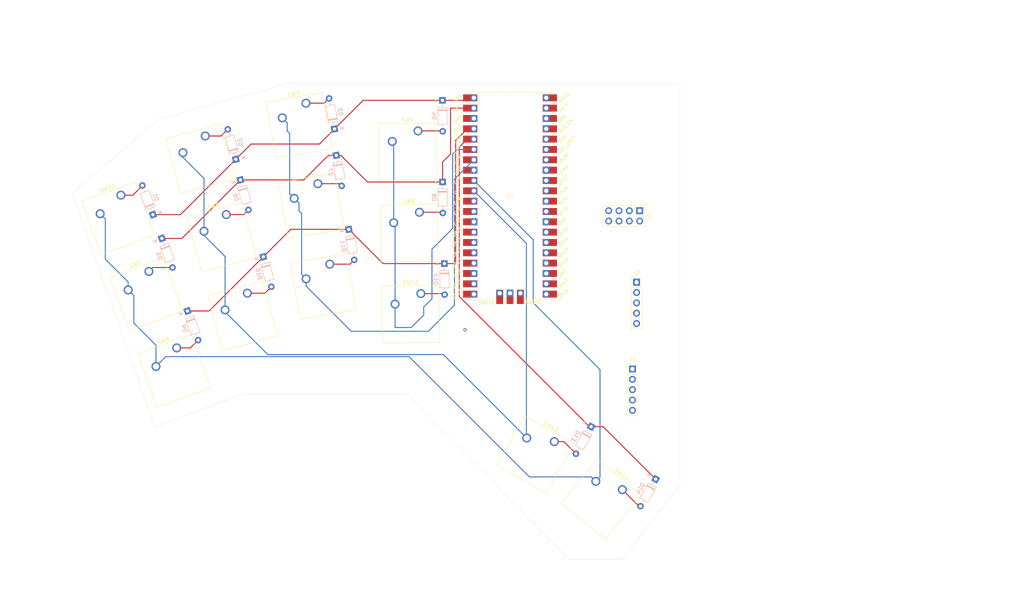
<source format=kicad_pcb>
(kicad_pcb (version 20221018) (generator pcbnew)
  (title_block (title "architeuthis_dux") (rev "v1.0.0") (company "Unknown"))
  (layers (0 "F.Cu" signal) (31 "B.Cu" signal) (34 "B.Paste" user) (35 "F.Paste" user) (36 "B.SilkS" user "B.Silkscreen") (37 "F.SilkS" user "F.Silkscreen") (38 "B.Mask" user) (39 "F.Mask" user) (44 "Edge.Cuts" user))
  (net 0 "")
  (net 1 "GND")
  (net 8 "+5V")
  (net 33 "Net-(D2-A)")
  (net 34 "Net-(D3-A)")
  (net 35 "Net-(D4-A)")
  (net 36 "Net-(D5-A)")
  (net 37 "Net-(D6-A)")
  (net 38 "Net-(D7-A)")
  (net 39 "Net-(D8-A)")
  (net 40 "Net-(D9-A)")
  (net 41 "Net-(D10-A)")
  (net 42 "Net-(D11-A)")
  (net 50 "Net-(D12-A)")
  (net 51 "Net-(D1-A)")
  (net 52 "Net-(D13-A)")
  (net 53 "Net-(D14-A)")
  (net 54 "ROW0")
  (net 55 "ROW1")
  (net 56 "ROW2")
  (net 57 "ROW3")
  (net 58 "COL0")
  (net 59 "COL1")
  (net 60 "COL2")
  (net 61 "COL3")
  (footprint "Button_Switch_Keyboard:SW_Cherry_MX_1.00u_PCB" (layer "F.Cu") (at 138.43 65.47763 20)
    (fp_text reference "SW01" (at -2.54 -2.794 20) (layer "F.SilkS"))
    (fp_text value "MX_SW")
    (pad "" np_thru_hole circle (at -7.62 5.08 20) (size 1.7 1.7) (drill 1.7) (layers "*.Cu" "*.Mask"))
    (pad "" np_thru_hole circle (at -2.54 5.08 20) (size 4 4) (drill 4) (layers "*.Cu" "*.Mask"))
    (pad "" np_thru_hole circle (at 2.54 5.08 20) (size 1.7 1.7) (drill 1.7) (layers "*.Cu" "*.Mask"))
    (pad "1" thru_hole circle (at 0 0 20) (size 2.2 2.2) (drill 1.5) (layers "*.Cu" "*.Mask") (net 51 "Net-(D1-A)"))
    (pad "2" thru_hole circle (at -6.35 2.54 20) (size 2.2 2.2) (drill 1.5) (layers "*.Cu" "*.Mask") (net 60 "COL2"))
  )
  (footprint "Button_Switch_Keyboard:SW_Cherry_MX_1.00u_PCB" (layer "F.Cu") (at 183.903077 42.867366 10)
    (fp_text reference "SW3" (at -2.54 -2.794 10) (layer "F.SilkS"))
    (fp_text value "MX_SW" hide)
    (pad "" np_thru_hole circle (at -7.62 5.08 10) (size 1.7 1.7) (drill 1.7) (layers "*.Cu" "*.Mask"))
    (pad "" np_thru_hole circle (at -2.54 5.08 10) (size 4 4) (drill 4) (layers "*.Cu" "*.Mask"))
    (pad "" np_thru_hole circle (at 2.54 5.08 10) (size 1.7 1.7) (drill 1.7) (layers "*.Cu" "*.Mask"))
    (pad "1" thru_hole circle (at 0 0 10) (size 2.2 2.2) (drill 1.5) (layers "*.Cu" "*.Mask") (net 34 "Net-(D3-A)"))
    (pad "2" thru_hole circle (at -6.35 2.54 10) (size 2.2 2.2) (drill 1.5) (layers "*.Cu" "*.Mask") (net 59 "COL1"))
  )
  (footprint "Button_Switch_Keyboard:SW_Cherry_MX_1.00u_PCB" (layer "F.Cu") (at 261.676033 137.855389 -39.15)
    (fp_text reference "SW14" (at -2.54 -2.794 140.85) (layer "F.SilkS"))
    (fp_text value "MX_SW")
    (pad "" np_thru_hole circle (at -7.62 5.08 320.85) (size 1.7 1.7) (drill 1.7) (layers "*.Cu" "*.Mask"))
    (pad "" np_thru_hole circle (at -2.54 5.08 320.85) (size 4 4) (drill 4) (layers "*.Cu" "*.Mask"))
    (pad "" np_thru_hole circle (at 2.54 5.08 320.85) (size 1.7 1.7) (drill 1.7) (layers "*.Cu" "*.Mask"))
    (pad "1" thru_hole circle (at 0 0 320.85) (size 2.2 2.2) (drill 1.5) (layers "*.Cu" "*.Mask") (net 53 "Net-(D14-A)"))
    (pad "2" thru_hole circle (at -6.35 2.54 320.85) (size 2.2 2.2) (drill 1.5) (layers "*.Cu" "*.Mask") (net 60 "COL2"))
  )
  (footprint "Button_Switch_Keyboard:SW_Cherry_MX_1.00u_PCB" (layer "F.Cu") (at 244.958594 126.046919 -29.25)
    (fp_text reference "SW13" (at -2.54 -2.794 150.75) (layer "F.SilkS"))
    (fp_text value "MX_SW")
    (pad "" np_thru_hole circle (at -7.62 5.08 330.75) (size 1.7 1.7) (drill 1.7) (layers "*.Cu" "*.Mask"))
    (pad "" np_thru_hole circle (at -2.54 5.08 330.75) (size 4 4) (drill 4) (layers "*.Cu" "*.Mask"))
    (pad "" np_thru_hole circle (at 2.54 5.08 330.75) (size 1.7 1.7) (drill 1.7) (layers "*.Cu" "*.Mask"))
    (pad "1" thru_hole circle (at 0 0 330.75) (size 2.2 2.2) (drill 1.5) (layers "*.Cu" "*.Mask") (net 52 "Net-(D13-A)"))
    (pad "2" thru_hole circle (at -6.35 2.54 330.75) (size 2.2 2.2) (drill 1.5) (layers "*.Cu" "*.Mask") (net 61 "COL3"))
  )
  (footprint "Button_Switch_Keyboard:SW_Cherry_MX_1.00u_PCB" (layer "F.Cu") (at 169.511724 89.567722 15)
    (fp_text reference "SW10" hide)
    (fp_text value "MX_SW")
    (pad "" np_thru_hole circle (at -7.62 5.08 15) (size 1.7 1.7) (drill 1.7) (layers "*.Cu" "*.Mask"))
    (pad "" np_thru_hole circle (at -2.54 5.08 15) (size 4 4) (drill 4) (layers "*.Cu" "*.Mask"))
    (pad "" np_thru_hole circle (at 2.54 5.08 15) (size 1.7 1.7) (drill 1.7) (layers "*.Cu" "*.Mask"))
    (pad "1" thru_hole circle (at 0 0 15) (size 2.2 2.2) (drill 1.5) (layers "*.Cu" "*.Mask") (net 41 "Net-(D10-A)"))
    (pad "2" thru_hole circle (at -6.35 2.54 15) (size 2.2 2.2) (drill 1.5) (layers "*.Cu" "*.Mask") (net 61 "COL3"))
  )
  (footprint "Connector_PinHeader_2.54mm:PinHeader_1x05_P2.54mm_Vertical" (layer "F.Cu") (at 265.176 86.868)
    (fp_text reference "J2" (at 0 -2.33) (layer "F.SilkS"))
    (fp_text value "RotaryModule_01")
    (pad "1" thru_hole rect (at 0 0) (size 1.7 1.7) (drill 1) (layers "*.Cu" "*.Mask") (net 8 "+5V"))
    (pad "2" thru_hole oval (at 0 2.54) (size 1.7 1.7) (drill 1) (layers "*.Cu" "*.Mask"))
    (pad "3" thru_hole oval (at 0 5.08) (size 1.7 1.7) (drill 1) (layers "*.Cu" "*.Mask"))
    (pad "4" thru_hole oval (at 0 7.62) (size 1.7 1.7) (drill 1) (layers "*.Cu" "*.Mask"))
    (pad "5" thru_hole oval (at 0 10.16) (size 1.7 1.7) (drill 1) (layers "*.Cu" "*.Mask") (net 1 "GND"))
  )
  (footprint "Button_Switch_Keyboard:SW_Cherry_MX_1.00u_PCB" (layer "F.Cu") (at 145.30759 84.217999 20)
    (fp_text reference "SW5" (at -2.54 -2.794 20) (layer "F.SilkS"))
    (fp_text value "MX_SW")
    (pad "" np_thru_hole circle (at -7.62 5.08 20) (size 1.7 1.7) (drill 1.7) (layers "*.Cu" "*.Mask"))
    (pad "" np_thru_hole circle (at -2.54 5.08 20) (size 4 4) (drill 4) (layers "*.Cu" "*.Mask"))
    (pad "" np_thru_hole circle (at 2.54 5.08 20) (size 1.7 1.7) (drill 1.7) (layers "*.Cu" "*.Mask"))
    (pad "1" thru_hole circle (at 0 0 20) (size 2.2 2.2) (drill 1.5) (layers "*.Cu" "*.Mask") (net 36 "Net-(D5-A)"))
    (pad "2" thru_hole circle (at -6.35 2.54 20) (size 2.2 2.2) (drill 1.5) (layers "*.Cu" "*.Mask") (net 60 "COL2"))
  )
  (footprint "Button_Switch_Keyboard:SW_Cherry_MX_1.00u_PCB" (layer "F.Cu") (at 212.154017 89.667212 0.45)
    (fp_text reference "SW12" (at -2.54 -2.794 0.45) (layer "F.SilkS"))
    (fp_text value "MX_SW")
    (pad "" np_thru_hole circle (at -7.62 5.08 0.45) (size 1.7 1.7) (drill 1.7) (layers "*.Cu" "*.Mask"))
    (pad "" np_thru_hole circle (at -2.54 5.08 0.45) (size 4 4) (drill 4) (layers "*.Cu" "*.Mask"))
    (pad "" np_thru_hole circle (at 2.54 5.08 0.45) (size 1.7 1.7) (drill 1.7) (layers "*.Cu" "*.Mask"))
    (pad "1" thru_hole circle (at 0 0 0.45) (size 2.2 2.2) (drill 1.5) (layers "*.Cu" "*.Mask") (net 50 "Net-(D12-A)"))
    (pad "2" thru_hole circle (at -6.35 2.54 0.45) (size 2.2 2.2) (drill 1.5) (layers "*.Cu" "*.Mask") (net 58 "COL0"))
  )
  (footprint "Button_Switch_Keyboard:SW_Cherry_MX_1.00u_PCB" (layer "F.Cu") (at 152.147993 103.011851 20)
    (fp_text reference "SW9" (at -2.54 -2.794 20) (layer "F.SilkS"))
    (fp_text value "MX_SW" hide)
    (pad "" np_thru_hole circle (at -7.62 5.08 20) (size 1.7 1.7) (drill 1.7) (layers "*.Cu" "*.Mask"))
    (pad "" np_thru_hole circle (at -2.54 5.08 20) (size 4 4) (drill 4) (layers "*.Cu" "*.Mask"))
    (pad "" np_thru_hole circle (at 2.54 5.08 20) (size 1.7 1.7) (drill 1.7) (layers "*.Cu" "*.Mask"))
    (pad "1" thru_hole circle (at 0 0 20) (size 2.2 2.2) (drill 1.5) (layers "*.Cu" "*.Mask") (net 40 "Net-(D9-A)"))
    (pad "2" thru_hole circle (at -6.35 2.54 20) (size 2.2 2.2) (drill 1.5) (layers "*.Cu" "*.Mask") (net 60 "COL2"))
  )
  (footprint "MCU_RaspberryPi_and_Boards:RPi_Pico_SMD_TH" (layer "F.Cu") (at 234.073 65.674)
    (fp_text reference "U1" (at 0 0) (layer "F.SilkS"))
    (fp_text value "Pico")
    (fp_text user "ADC_VREF" (at 14 -12.5 45) (layer "F.SilkS") (effects (font (size 0.8 0.8))))
    (fp_text user "GND" (at 12.8 6.35 45) (layer "F.SilkS") (effects (font (size 0.8 0.8))))
    (fp_text user "GP9" (at -12.8 3.81 45) (layer "F.SilkS") (effects (font (size 0.8 0.8))))
    (fp_text user "GP17" (at 13.054 21.59 45) (layer "F.SilkS") (effects (font (size 0.8 0.8))))
    (fp_text user "GP10" (at -13.054 8.89 45) (layer "F.SilkS") (effects (font (size 0.8 0.8))))
    (fp_text user "GP12" (at -13.2 13.97 45) (layer "F.SilkS") (effects (font (size 0.8 0.8))))
    (fp_text user "RUN" (at 13 1.27 45) (layer "F.SilkS") (effects (font (size 0.8 0.8))))
    (fp_text user "GND" (at -12.8 -6.35 45) (layer "F.SilkS") (effects (font (size 0.8 0.8))))
    (fp_text user "3V3_EN" (at 13.7 -17.2 45) (layer "F.SilkS") (effects (font (size 0.8 0.8))))
    (fp_text user "GP8" (at -12.8 1.27 45) (layer "F.SilkS") (effects (font (size 0.8 0.8))))
    (fp_text user "GND" (at 12.8 -19.05 45) (layer "F.SilkS") (effects (font (size 0.8 0.8))))
    (fp_text user "GP5" (at -12.8 -8.89 45) (layer "F.SilkS") (effects (font (size 0.8 0.8))))
    (fp_text user "SWCLK" (at -5.7 26.2) (layer "F.SilkS") (effects (font (size 0.8 0.8))))
    (fp_text user "GP6" (at -12.8 -3.81 45) (layer "F.SilkS") (effects (font (size 0.8 0.8))))
    (fp_text user "GP26" (at 13.054 -1.27 45) (layer "F.SilkS") (effects (font (size 0.8 0.8))))
    (fp_text user "GP14" (at -13.1 21.59 45) (layer "F.SilkS") (effects (font (size 0.8 0.8))))
    (fp_text user "GND" (at -12.8 -19.05 45) (layer "F.SilkS") (effects (font (size 0.8 0.8))))
    (fp_text user "GP3" (at -12.8 -13.97 45) (layer "F.SilkS") (effects (font (size 0.8 0.8))))
    (fp_text user "GP19" (at 13.054 13.97 45) (layer "F.SilkS") (effects (font (size 0.8 0.8))))
    (fp_text user "GP7" (at -12.7 -1.3 45) (layer "F.SilkS") (effects (font (size 0.8 0.8))))
    (fp_text user "GP28" (at 13.054 -9.144 45) (layer "F.SilkS") (effects (font (size 0.8 0.8))))
    (fp_text user "GP13" (at -13.054 16.51 45) (layer "F.SilkS") (effects (font (size 0.8 0.8))))
    (fp_text user "GP2" (at -12.9 -16.51 45) (layer "F.SilkS") (effects (font (size 0.8 0.8))))
    (fp_text user "GP15" (at -13.054 24.13 45) (layer "F.SilkS") (effects (font (size 0.8 0.8))))
    (fp_text user "GP1" (at -12.9 -21.6 45) (layer "F.SilkS") (effects (font (size 0.8 0.8))))
    (fp_text user "GP18" (at 13.054 16.51 45) (layer "F.SilkS") (effects (font (size 0.8 0.8))))
    (fp_text user "GND" (at -12.8 6.35 45) (layer "F.SilkS") (effects (font (size 0.8 0.8))))
    (fp_text user "GP20" (at 13.054 11.43 45) (layer "F.SilkS") (effects (font (size 0.8 0.8))))
    (fp_text user "GND" (at -12.8 19.05 45) (layer "F.SilkS") (effects (font (size 0.8 0.8))))
    (fp_text user "GP4" (at -12.8 -11.43 45) (layer "F.SilkS") (effects (font (size 0.8 0.8))))
    (fp_text user "VBUS" (at 13.3 -24.2 45) (layer "F.SilkS") (effects (font (size 0.8 0.8))))
    (fp_text user "GP11" (at -13.2 11.43 45) (layer "F.SilkS") (effects (font (size 0.8 0.8))))
    (fp_text user "GP16" (at 13.054 24.13 45) (layer "F.SilkS") (effects (font (size 0.8 0.8))))
    (fp_text user "GP21" (at 13.054 8.9 45) (layer "F.SilkS") (effects (font (size 0.8 0.8))))
    (fp_text user "SWDIO" (at 5.6 26.2) (layer "F.SilkS") (effects (font (size 0.8 0.8))))
    (fp_text user "GND" (at 12.8 19.05 45) (layer "F.SilkS") (effects (font (size 0.8 0.8))))
    (fp_text user "GP27" (at 13.054 -3.8 45) (layer "F.SilkS") (effects (font (size 0.8 0.8))))
    (fp_text user "VSYS" (at 13.2 -21.59 45) (layer "F.SilkS") (effects (font (size 0.8 0.8))))
    (fp_text user "GP0" (at -12.8 -24.13 45) (layer "F.SilkS") (effects (font (size 0.8 0.8))))
    (fp_text user "3V3" (at 12.9 -13.9 45) (layer "F.SilkS") (effects (font (size 0.8 0.8))))
    (fp_text user "AGND" (at 13.054 -6.35 45) (layer "F.SilkS") (effects (font (size 0.8 0.8))))
    (fp_text user "GP22" (at 13.054 3.81 45) (layer "F.SilkS") (effects (font (size 0.8 0.8))))
    (pad "" np_thru_hole oval (at -2.725 -24) (size 1.8 1.8) (drill 1.8) (layers "*.Cu" "*.Mask"))
    (pad "" np_thru_hole oval (at -2.425 -20.97) (size 1.5 1.5) (drill 1.5) (layers "*.Cu" "*.Mask"))
    (pad "" np_thru_hole oval (at 2.425 -20.97) (size 1.5 1.5) (drill 1.5) (layers "*.Cu" "*.Mask"))
    (pad "" np_thru_hole oval (at 2.725 -24) (size 1.8 1.8) (drill 1.8) (layers "*.Cu" "*.Mask"))
    (pad "1" thru_hole oval (at -8.89 -24.13) (size 1.7 1.7) (drill 1.02) (layers "*.Cu" "*.Mask") (net 54 "ROW0"))
    (pad "1" smd rect (at -8.89 -24.13) (size 3.5 1.7) (drill (offset -0.9 0)) (layers "F.Cu" "F.Mask") (net 54 "ROW0"))
    (pad "2" thru_hole oval (at -8.89 -21.59) (size 1.7 1.7) (drill 1.02) (layers "*.Cu" "*.Mask") (net 55 "ROW1"))
    (pad "2" smd rect (at -8.89 -21.59) (size 3.5 1.7) (drill (offset -0.9 0)) (layers "F.Cu" "F.Mask") (net 55 "ROW1"))
    (pad "3" thru_hole rect (at -8.89 -19.05) (size 1.7 1.7) (drill 1.02) (layers "*.Cu" "*.Mask") (net 1 "GND"))
    (pad "3" smd rect (at -8.89 -19.05) (size 3.5 1.7) (drill (offset -0.9 0)) (layers "F.Cu" "F.Mask") (net 1 "GND"))
    (pad "4" thru_hole oval (at -8.89 -16.51) (size 1.7 1.7) (drill 1.02) (layers "*.Cu" "*.Mask") (net 56 "ROW2"))
    (pad "4" smd rect (at -8.89 -16.51) (size 3.5 1.7) (drill (offset -0.9 0)) (layers "F.Cu" "F.Mask") (net 56 "ROW2"))
    (pad "5" thru_hole oval (at -8.89 -13.97) (size 1.7 1.7) (drill 1.02) (layers "*.Cu" "*.Mask") (net 57 "ROW3"))
    (pad "5" smd rect (at -8.89 -13.97) (size 3.5 1.7) (drill (offset -0.9 0)) (layers "F.Cu" "F.Mask") (net 57 "ROW3"))
    (pad "6" thru_hole oval (at -8.89 -11.43) (size 1.7 1.7) (drill 1.02) (layers "*.Cu" "*.Mask") (net 58 "COL0"))
    (pad "6" smd rect (at -8.89 -11.43) (size 3.5 1.7) (drill (offset -0.9 0)) (layers "F.Cu" "F.Mask") (net 58 "COL0"))
    (pad "7" thru_hole oval (at -8.89 -8.89) (size 1.7 1.7) (drill 1.02) (layers "*.Cu" "*.Mask") (net 59 "COL1"))
    (pad "7" smd rect (at -8.89 -8.89) (size 3.5 1.7) (drill (offset -0.9 0)) (layers "F.Cu" "F.Mask") (net 59 "COL1"))
    (pad "8" thru_hole rect (at -8.89 -6.35) (size 1.7 1.7) (drill 1.02) (layers "*.Cu" "*.Mask") (net 1 "GND"))
    (pad "8" smd rect (at -8.89 -6.35) (size 3.5 1.7) (drill (offset -0.9 0)) (layers "F.Cu" "F.Mask") (net 1 "GND"))
    (pad "9" thru_hole oval (at -8.89 -3.81) (size 1.7 1.7) (drill 1.02) (layers "*.Cu" "*.Mask") (net 60 "COL2"))
    (pad "9" smd rect (at -8.89 -3.81) (size 3.5 1.7) (drill (offset -0.9 0)) (layers "F.Cu" "F.Mask") (net 60 "COL2"))
    (pad "10" thru_hole oval (at -8.89 -1.27) (size 1.7 1.7) (drill 1.02) (layers "*.Cu" "*.Mask") (net 61 "COL3"))
    (pad "10" smd rect (at -8.89 -1.27) (size 3.5 1.7) (drill (offset -0.9 0)) (layers "F.Cu" "F.Mask") (net 61 "COL3"))
    (pad "11" thru_hole oval (at -8.89 1.27) (size 1.7 1.7) (drill 1.02) (layers "*.Cu" "*.Mask"))
    (pad "11" smd rect (at -8.89 1.27) (size 3.5 1.7) (drill (offset -0.9 0)) (layers "F.Cu" "F.Mask"))
    (pad "12" thru_hole oval (at -8.89 3.81) (size 1.7 1.7) (drill 1.02) (layers "*.Cu" "*.Mask"))
    (pad "12" smd rect (at -8.89 3.81) (size 3.5 1.7) (drill (offset -0.9 0)) (layers "F.Cu" "F.Mask"))
    (pad "13" thru_hole rect (at -8.89 6.35) (size 1.7 1.7) (drill 1.02) (layers "*.Cu" "*.Mask") (net 1 "GND"))
    (pad "13" smd rect (at -8.89 6.35) (size 3.5 1.7) (drill (offset -0.9 0)) (layers "F.Cu" "F.Mask") (net 1 "GND"))
    (pad "14" thru_hole oval (at -8.89 8.89) (size 1.7 1.7) (drill 1.02) (layers "*.Cu" "*.Mask"))
    (pad "14" smd rect (at -8.89 8.89) (size 3.5 1.7) (drill (offset -0.9 0)) (layers "F.Cu" "F.Mask"))
    (pad "15" thru_hole oval (at -8.89 11.43) (size 1.7 1.7) (drill 1.02) (layers "*.Cu" "*.Mask"))
    (pad "15" smd rect (at -8.89 11.43) (size 3.5 1.7) (drill (offset -0.9 0)) (layers "F.Cu" "F.Mask"))
    (pad "16" thru_hole oval (at -8.89 13.97) (size 1.7 1.7) (drill 1.02) (layers "*.Cu" "*.Mask"))
    (pad "16" smd rect (at -8.89 13.97) (size 3.5 1.7) (drill (offset -0.9 0)) (layers "F.Cu" "F.Mask"))
    (pad "17" thru_hole oval (at -8.89 16.51) (size 1.7 1.7) (drill 1.02) (layers "*.Cu" "*.Mask"))
    (pad "17" smd rect (at -8.89 16.51) (size 3.5 1.7) (drill (offset -0.9 0)) (layers "F.Cu" "F.Mask"))
    (pad "18" thru_hole rect (at -8.89 19.05) (size 1.7 1.7) (drill 1.02) (layers "*.Cu" "*.Mask") (net 1 "GND"))
    (pad "18" smd rect (at -8.89 19.05) (size 3.5 1.7) (drill (offset -0.9 0)) (layers "F.Cu" "F.Mask") (net 1 "GND"))
    (pad "19" thru_hole oval (at -8.89 21.59) (size 1.7 1.7) (drill 1.02) (layers "*.Cu" "*.Mask"))
    (pad "19" smd rect (at -8.89 21.59) (size 3.5 1.7) (drill (offset -0.9 0)) (layers "F.Cu" "F.Mask"))
    (pad "20" thru_hole oval (at -8.89 24.13) (size 1.7 1.7) (drill 1.02) (layers "*.Cu" "*.Mask"))
    (pad "20" smd rect (at -8.89 24.13) (size 3.5 1.7) (drill (offset -0.9 0)) (layers "F.Cu" "F.Mask"))
    (pad "21" thru_hole oval (at 8.89 24.13) (size 1.7 1.7) (drill 1.02) (layers "*.Cu" "*.Mask"))
    (pad "21" smd rect (at 8.89 24.13) (size 3.5 1.7) (drill (offset 0.9 0)) (layers "F.Cu" "F.Mask"))
    (pad "22" thru_hole oval (at 8.89 21.59) (size 1.7 1.7) (drill 1.02) (layers "*.Cu" "*.Mask"))
    (pad "22" smd rect (at 8.89 21.59) (size 3.5 1.7) (drill (offset 0.9 0)) (layers "F.Cu" "F.Mask"))
    (pad "23" thru_hole rect (at 8.89 19.05) (size 1.7 1.7) (drill 1.02) (layers "*.Cu" "*.Mask") (net 1 "GND"))
    (pad "23" smd rect (at 8.89 19.05) (size 3.5 1.7) (drill (offset 0.9 0)) (layers "F.Cu" "F.Mask") (net 1 "GND"))
    (pad "24" thru_hole oval (at 8.89 16.51) (size 1.7 1.7) (drill 1.02) (layers "*.Cu" "*.Mask"))
    (pad "24" smd rect (at 8.89 16.51) (size 3.5 1.7) (drill (offset 0.9 0)) (layers "F.Cu" "F.Mask"))
    (pad "25" thru_hole oval (at 8.89 13.97) (size 1.7 1.7) (drill 1.02) (layers "*.Cu" "*.Mask"))
    (pad "25" smd rect (at 8.89 13.97) (size 3.5 1.7) (drill (offset 0.9 0)) (layers "F.Cu" "F.Mask"))
    (pad "26" thru_hole oval (at 8.89 11.43) (size 1.7 1.7) (drill 1.02) (layers "*.Cu" "*.Mask"))
    (pad "26" smd rect (at 8.89 11.43) (size 3.5 1.7) (drill (offset 0.9 0)) (layers "F.Cu" "F.Mask"))
    (pad "27" thru_hole oval (at 8.89 8.89) (size 1.7 1.7) (drill 1.02) (layers "*.Cu" "*.Mask"))
    (pad "27" smd rect (at 8.89 8.89) (size 3.5 1.7) (drill (offset 0.9 0)) (layers "F.Cu" "F.Mask"))
    (pad "28" thru_hole rect (at 8.89 6.35) (size 1.7 1.7) (drill 1.02) (layers "*.Cu" "*.Mask") (net 1 "GND"))
    (pad "28" smd rect (at 8.89 6.35) (size 3.5 1.7) (drill (offset 0.9 0)) (layers "F.Cu" "F.Mask") (net 1 "GND"))
    (pad "29" thru_hole oval (at 8.89 3.81) (size 1.7 1.7) (drill 1.02) (layers "*.Cu" "*.Mask"))
    (pad "29" smd rect (at 8.89 3.81) (size 3.5 1.7) (drill (offset 0.9 0)) (layers "F.Cu" "F.Mask"))
    (pad "30" thru_hole oval (at 8.89 1.27) (size 1.7 1.7) (drill 1.02) (layers "*.Cu" "*.Mask"))
    (pad "30" smd rect (at 8.89 1.27) (size 3.5 1.7) (drill (offset 0.9 0)) (layers "F.Cu" "F.Mask"))
    (pad "31" thru_hole oval (at 8.89 -1.27) (size 1.7 1.7) (drill 1.02) (layers "*.Cu" "*.Mask"))
    (pad "31" smd rect (at 8.89 -1.27) (size 3.5 1.7) (drill (offset 0.9 0)) (layers "F.Cu" "F.Mask"))
    (pad "32" thru_hole oval (at 8.89 -3.81) (size 1.7 1.7) (drill 1.02) (layers "*.Cu" "*.Mask"))
    (pad "32" smd rect (at 8.89 -3.81) (size 3.5 1.7) (drill (offset 0.9 0)) (layers "F.Cu" "F.Mask"))
    (pad "33" thru_hole rect (at 8.89 -6.35) (size 1.7 1.7) (drill 1.02) (layers "*.Cu" "*.Mask"))
    (pad "33" smd rect (at 8.89 -6.35) (size 3.5 1.7) (drill (offset 0.9 0)) (layers "F.Cu" "F.Mask"))
    (pad "34" thru_hole oval (at 8.89 -8.89) (size 1.7 1.7) (drill 1.02) (layers "*.Cu" "*.Mask"))
    (pad "34" smd rect (at 8.89 -8.89) (size 3.5 1.7) (drill (offset 0.9 0)) (layers "F.Cu" "F.Mask"))
    (pad "35" thru_hole oval (at 8.89 -11.43) (size 1.7 1.7) (drill 1.02) (layers "*.Cu" "*.Mask"))
    (pad "35" smd rect (at 8.89 -11.43) (size 3.5 1.7) (drill (offset 0.9 0)) (layers "F.Cu" "F.Mask"))
    (pad "36" thru_hole oval (at 8.89 -13.97) (size 1.7 1.7) (drill 1.02) (layers "*.Cu" "*.Mask"))
    (pad "36" smd rect (at 8.89 -13.97) (size 3.5 1.7) (drill (offset 0.9 0)) (layers "F.Cu" "F.Mask"))
    (pad "37" thru_hole oval (at 8.89 -16.51) (size 1.7 1.7) (drill 1.02) (layers "*.Cu" "*.Mask"))
    (pad "37" smd rect (at 8.89 -16.51) (size 3.5 1.7) (drill (offset 0.9 0)) (layers "F.Cu" "F.Mask"))
    (pad "38" thru_hole rect (at 8.89 -19.05) (size 1.7 1.7) (drill 1.02) (layers "*.Cu" "*.Mask") (net 1 "GND"))
    (pad "38" smd rect (at 8.89 -19.05) (size 3.5 1.7) (drill (offset 0.9 0)) (layers "F.Cu" "F.Mask") (net 1 "GND"))
    (pad "39" thru_hole oval (at 8.89 -21.59) (size 1.7 1.7) (drill 1.02) (layers "*.Cu" "*.Mask"))
    (pad "39" smd rect (at 8.89 -21.59) (size 3.5 1.7) (drill (offset 0.9 0)) (layers "F.Cu" "F.Mask"))
    (pad "40" thru_hole oval (at 8.89 -24.13) (size 1.7 1.7) (drill 1.02) (layers "*.Cu" "*.Mask") (net 8 "+5V"))
    (pad "40" smd rect (at 8.89 -24.13) (size 3.5 1.7) (drill (offset 0.9 0)) (layers "F.Cu" "F.Mask") (net 8 "+5V"))
    (pad "41" thru_hole oval (at -2.54 23.9) (size 1.7 1.7) (drill 1.02) (layers "*.Cu" "*.Mask"))
    (pad "41" smd rect (at -2.54 23.9 90) (size 3.5 1.7) (drill (offset -0.9 0)) (layers "F.Cu" "F.Mask"))
    (pad "42" thru_hole rect (at 0 23.9) (size 1.7 1.7) (drill 1.02) (layers "*.Cu" "*.Mask"))
    (pad "42" smd rect (at 0 23.9 90) (size 3.5 1.7) (drill (offset -0.9 0)) (layers "F.Cu" "F.Mask"))
    (pad "43" thru_hole oval (at 2.54 23.9) (size 1.7 1.7) (drill 1.02) (layers "*.Cu" "*.Mask"))
    (pad "43" smd rect (at 2.54 23.9 90) (size 3.5 1.7) (drill (offset -0.9 0)) (layers "F.Cu" "F.Mask"))
  )
  (footprint "Connector_PinHeader_2.54mm:PinHeader_2x04_P2.54mm_Vertical" (layer "F.Cu") (at 265.94 69.3 -90)
    (fp_text reference "J1" (at 1.27 -2.33 90) (layer "F.SilkS"))
    (fp_text value "ePaperModule" hide)
    (pad "1" thru_hole rect (at 0 0 270) (size 1.7 1.7) (drill 1) (layers "*.Cu" "*.Mask") (net 8 "+5V"))
    (pad "2" thru_hole oval (at 2.54 0 270) (size 1.7 1.7) (drill 1) (layers "*.Cu" "*.Mask") (net 1 "GND"))
    (pad "3" thru_hole oval (at 0 2.54 270) (size 1.7 1.7) (drill 1) (layers "*.Cu" "*.Mask"))
    (pad "4" thru_hole oval (at 2.54 2.54 270) (size 1.7 1.7) (drill 1) (layers "*.Cu" "*.Mask"))
    (pad "5" thru_hole oval (at 0 5.08 270) (size 1.7 1.7) (drill 1) (layers "*.Cu" "*.Mask"))
    (pad "6" thru_hole oval (at 2.54 5.08 270) (size 1.7 1.7) (drill 1) (layers "*.Cu" "*.Mask"))
    (pad "7" thru_hole oval (at 0 7.62 270) (size 1.7 1.7) (drill 1) (layers "*.Cu" "*.Mask"))
    (pad "8" thru_hole oval (at 2.54 7.62 270) (size 1.7 1.7) (drill 1) (layers "*.Cu" "*.Mask"))
  )
  (footprint "Button_Switch_Keyboard:SW_Cherry_MX_1.00u_PCB" (layer "F.Cu") (at 159.158962 50.93069 15)
    (fp_text reference "SW2" hide)
    (fp_text value "MX_SW" hide)
    (pad "" np_thru_hole circle (at -7.62 5.08 15) (size 1.7 1.7) (drill 1.7) (layers "*.Cu" "*.Mask"))
    (pad "" np_thru_hole circle (at -2.54 5.08 15) (size 4 4) (drill 4) (layers "*.Cu" "*.Mask"))
    (pad "" np_thru_hole circle (at 2.54 5.08 15) (size 1.7 1.7) (drill 1.7) (layers "*.Cu" "*.Mask"))
    (pad "1" thru_hole circle (at 0 0 15) (size 2.2 2.2) (drill 1.5) (layers "*.Cu" "*.Mask") (net 33 "Net-(D2-A)"))
    (pad "2" thru_hole circle (at -6.35 2.54 15) (size 2.2 2.2) (drill 1.5) (layers "*.Cu" "*.Mask") (net 61 "COL3"))
  )
  (footprint "Button_Switch_Keyboard:SW_Cherry_MX_1.00u_PCB" (layer "F.Cu") (at 211.455921 49.673304 0.45)
    (fp_text reference "SW4" (at -2.54 -2.794 0.45) (layer "F.SilkS"))
    (fp_text value "MX_SW")
    (pad "" np_thru_hole circle (at -7.62 5.08 0.45) (size 1.7 1.7) (drill 1.7) (layers "*.Cu" "*.Mask"))
    (pad "" np_thru_hole circle (at -2.54 5.08 0.45) (size 4 4) (drill 4) (layers "*.Cu" "*.Mask"))
    (pad "" np_thru_hole circle (at 2.54 5.08 0.45) (size 1.7 1.7) (drill 1.7) (layers "*.Cu" "*.Mask"))
    (pad "1" thru_hole circle (at 0 0 0.45) (size 2.2 2.2) (drill 1.5) (layers "*.Cu" "*.Mask") (net 35 "Net-(D4-A)"))
    (pad "2" thru_hole circle (at -6.35 2.54 0.45) (size 2.2 2.2) (drill 1.5) (layers "*.Cu" "*.Mask") (net 58 "COL0"))
  )
  (footprint "Button_Switch_Keyboard:SW_Cherry_MX_1.00u_PCB" (layer "F.Cu") (at 164.335343 70.249205 15)
    (fp_text reference "SW6" (at -2.54 -2.794 15) (layer "F.SilkS"))
    (fp_text value "MX_SW" hide)
    (pad "" np_thru_hole circle (at -7.62 5.08 15) (size 1.7 1.7) (drill 1.7) (layers "*.Cu" "*.Mask"))
    (pad "" np_thru_hole circle (at -2.54 5.08 15) (size 4 4) (drill 4) (layers "*.Cu" "*.Mask"))
    (pad "" np_thru_hole circle (at 2.54 5.08 15) (size 1.7 1.7) (drill 1.7) (layers "*.Cu" "*.Mask"))
    (pad "1" thru_hole circle (at 0 0 15) (size 2.2 2.2) (drill 1.5) (layers "*.Cu" "*.Mask") (net 37 "Net-(D6-A)"))
    (pad "2" thru_hole circle (at -6.35 2.54 15) (size 2.2 2.2) (drill 1.5) (layers "*.Cu" "*.Mask") (net 61 "COL3"))
  )
  (footprint "Button_Switch_Keyboard:SW_Cherry_MX_1.00u_PCB" (layer "F.Cu") (at 211.804969 69.670258 0.45)
    (fp_text reference "SW8" (at -2.54 -2.794 0.45) (layer "F.SilkS"))
    (fp_text value "MX_SW")
    (pad "" np_thru_hole circle (at -7.62 5.08 0.45) (size 1.7 1.7) (drill 1.7) (layers "*.Cu" "*.Mask"))
    (pad "" np_thru_hole circle (at -2.54 5.08 0.45) (size 4 4) (drill 4) (layers "*.Cu" "*.Mask"))
    (pad "" np_thru_hole circle (at 2.54 5.08 0.45) (size 1.7 1.7) (drill 1.7) (layers "*.Cu" "*.Mask"))
    (pad "1" thru_hole circle (at 0 0 0.45) (size 2.2 2.2) (drill 1.5) (layers "*.Cu" "*.Mask") (net 39 "Net-(D8-A)"))
    (pad "2" thru_hole circle (at -6.35 2.54 0.45) (size 2.2 2.2) (drill 1.5) (layers "*.Cu" "*.Mask") (net 58 "COL0"))
  )
  (footprint "Button_Switch_Keyboard:SW_Cherry_MX_1.00u_PCB" (layer "F.Cu") (at 186.834229 62.65242 10)
    (fp_text reference "SW7" hide)
    (fp_text value "MX_SW" hide)
    (pad "" np_thru_hole circle (at -7.62 5.08 10) (size 1.7 1.7) (drill 1.7) (layers "*.Cu" "*.Mask"))
    (pad "" np_thru_hole circle (at -2.54 5.08 10) (size 4 4) (drill 4) (layers "*.Cu" "*.Mask"))
    (pad "" np_thru_hole circle (at 2.54 5.08 10) (size 1.7 1.7) (drill 1.7) (layers "*.Cu" "*.Mask"))
    (pad "1" thru_hole circle (at 0 0 10) (size 2.2 2.2) (drill 1.5) (layers "*.Cu" "*.Mask") (net 38 "Net-(D7-A)"))
    (pad "2" thru_hole circle (at -6.35 2.54 10) (size 2.2 2.2) (drill 1.5) (layers "*.Cu" "*.Mask") (net 59 "COL1"))
  )
  (footprint "Connector_PinHeader_2.54mm:PinHeader_1x05_P2.54mm_Vertical" (layer "F.Cu") (at 264.16 108.204)
    (fp_text reference "J3" (at 0 -2.33) (layer "F.SilkS"))
    (fp_text value "RotaryModule_02")
    (pad "1" thru_hole rect (at 0 0) (size 1.7 1.7) (drill 1) (layers "*.Cu" "*.Mask") (net 8 "+5V"))
    (pad "2" thru_hole oval (at 0 2.54) (size 1.7 1.7) (drill 1) (layers "*.Cu" "*.Mask"))
    (pad "3" thru_hole oval (at 0 5.08) (size 1.7 1.7) (drill 1) (layers "*.Cu" "*.Mask"))
    (pad "4" thru_hole oval (at 0 7.62) (size 1.7 1.7) (drill 1) (layers "*.Cu" "*.Mask"))
    (pad "5" thru_hole oval (at 0 10.16) (size 1.7 1.7) (drill 1) (layers "*.Cu" "*.Mask") (net 1 "GND"))
  )
  (footprint "Button_Switch_Keyboard:SW_Cherry_MX_1.00u_PCB" (layer "F.Cu") (at 189.76538 82.437473 10)
    (fp_text reference "SW11" hide)
    (fp_text value "MX_SW")
    (pad "" np_thru_hole circle (at -7.62 5.08 10) (size 1.7 1.7) (drill 1.7) (layers "*.Cu" "*.Mask"))
    (pad "" np_thru_hole circle (at -2.54 5.08 10) (size 4 4) (drill 4) (layers "*.Cu" "*.Mask"))
    (pad "" np_thru_hole circle (at 2.54 5.08 10) (size 1.7 1.7) (drill 1.7) (layers "*.Cu" "*.Mask"))
    (pad "1" thru_hole circle (at 0 0 10) (size 2.2 2.2) (drill 1.5) (layers "*.Cu" "*.Mask") (net 42 "Net-(D11-A)"))
    (pad "2" thru_hole circle (at -6.35 2.54 10) (size 2.2 2.2) (drill 1.5) (layers "*.Cu" "*.Mask") (net 59 "COL1"))
  )
  (footprint "Diode_THT:D_DO-35_SOD27_P7.62mm_Horizontal" (layer "B.Cu") (at 190.923199 49.204235 100)
    (fp_text reference "D3" (at 3.81 2.12 100) (layer "B.SilkS") (effects (justify mirror)))
    (fp_text value "1N4148")
    (fp_text user "K" (at 0 1.8 100) (layer "B.SilkS") (effects (justify mirror)))
    (pad "1" thru_hole rect (at 0 0 100) (size 1.6 1.6) (drill 0.8) (layers "*.Cu" "*.Mask") (net 54 "ROW0"))
    (pad "2" thru_hole oval (at 7.62 0 100) (size 1.6 1.6) (drill 0.8) (layers "*.Cu" "*.Mask") (net 34 "Net-(D3-A)"))
  )
  (footprint "Diode_THT:D_DO-35_SOD27_P7.62mm_Horizontal" (layer "B.Cu") (at 191.362401 55.683883 -80)
    (fp_text reference "D7" (at 3.81 2.12 100) (layer "B.SilkS") (effects (justify mirror)))
    (fp_text value "1N4148")
    (fp_text user "K" (at 0 1.8 100) (layer "B.SilkS") (effects (justify mirror)))
    (pad "1" thru_hole rect (at 0 0 280) (size 1.6 1.6) (drill 0.8) (layers "*.Cu" "*.Mask") (net 55 "ROW1"))
    (pad "2" thru_hole oval (at 7.62 0 280) (size 1.6 1.6) (drill 0.8) (layers "*.Cu" "*.Mask") (net 38 "Net-(D7-A)"))
  )
  (footprint "Diode_THT:D_DO-35_SOD27_P7.62mm_Horizontal" (layer "B.Cu") (at 217.493633 62.229883 -89.55)
    (fp_text reference "D8" (at 3.81 2.12 90.45) (layer "B.SilkS") (effects (justify mirror)))
    (fp_text value "1N4148")
    (fp_text user "K" (at 0 1.8 90.45) (layer "B.SilkS") (effects (justify mirror)))
    (pad "1" thru_hole rect (at 0 0 270.45) (size 1.6 1.6) (drill 0.8) (layers "*.Cu" "*.Mask") (net 55 "ROW1"))
    (pad "2" thru_hole oval (at 7.62 0 270.45) (size 1.6 1.6) (drill 0.8) (layers "*.Cu" "*.Mask") (net 39 "Net-(D8-A)"))
  )
  (footprint "Diode_THT:D_DO-35_SOD27_P7.62mm_Horizontal" (layer "B.Cu") (at 154.792802 93.940185 -70)
    (fp_text reference "D9" (at 3.81 2.12 110) (layer "B.SilkS") (effects (justify mirror)))
    (fp_text value "1N4148")
    (fp_text user "K" (at 0 1.8 110) (layer "B.SilkS") (effects (justify mirror)))
    (pad "1" thru_hole rect (at 0 0 290) (size 1.6 1.6) (drill 0.8) (layers "*.Cu" "*.Mask") (net 56 "ROW2"))
    (pad "2" thru_hole oval (at 7.62 0 290) (size 1.6 1.6) (drill 0.8) (layers "*.Cu" "*.Mask") (net 40 "Net-(D9-A)"))
  )
  (footprint "Diode_THT:D_DO-35_SOD27_P7.62mm_Horizontal" (layer "B.Cu") (at 217.932 82.296 -89.55)
    (fp_text reference "D12" (at 3.81 2.12 90.45) (layer "B.SilkS") (effects (justify mirror)))
    (fp_text value "1N4148")
    (fp_text user "K" (at 0 1.8 90.45) (layer "B.SilkS") (effects (justify mirror)))
    (pad "1" thru_hole rect (at 0 0 270.45) (size 1.6 1.6) (drill 0.8) (layers "*.Cu" "*.Mask") (net 56 "ROW2"))
    (pad "2" thru_hole oval (at 7.62 0 270.45) (size 1.6 1.6) (drill 0.8) (layers "*.Cu" "*.Mask") (net 50 "Net-(D12-A)"))
  )
  (footprint "Diode_THT:D_DO-35_SOD27_P7.62mm_Horizontal" (layer "B.Cu") (at 217.463709 42.164 -89.55)
    (fp_text reference "D4" (at 3.81 2.12 90.45) (layer "B.SilkS") (effects (justify mirror)))
    (fp_text value "1N4148")
    (fp_text user "K" (at 0 1.8 90.45) (layer "B.SilkS") (effects (justify mirror)))
    (pad "1" thru_hole rect (at 0 0 270.45) (size 1.6 1.6) (drill 0.8) (layers "*.Cu" "*.Mask") (net 54 "ROW0"))
    (pad "2" thru_hole oval (at 7.62 0 270.45) (size 1.6 1.6) (drill 0.8) (layers "*.Cu" "*.Mask") (net 35 "Net-(D4-A)"))
  )
  (footprint "Diode_THT:D_DO-35_SOD27_P7.62mm_Horizontal" (layer "B.Cu") (at 148.5 76.1 -70)
    (fp_text reference "D5" (at 3.81 2.12 110) (layer "B.SilkS") (effects (justify mirror)))
    (fp_text value "1N4148")
    (fp_text user "K" (at 0 1.8 110) (layer "B.SilkS") (effects (justify mirror)))
    (pad "1" thru_hole rect (at 0 0 290) (size 1.6 1.6) (drill 0.8) (layers "*.Cu" "*.Mask") (net 55 "ROW1"))
    (pad "2" thru_hole oval (at 7.62 0 290) (size 1.6 1.6) (drill 0.8) (layers "*.Cu" "*.Mask") (net 36 "Net-(D5-A)"))
  )
  (footprint "Diode_THT:D_DO-35_SOD27_P7.62mm_Horizontal" (layer "B.Cu") (at 167.799355 61.72741 -75)
    (fp_text reference "D6" (at 3.81 2.12 105) (layer "B.SilkS") (effects (justify mirror)))
    (fp_text value "1N4148")
    (fp_text user "K" (at 0 1.8 105) (layer "B.SilkS") (effects (justify mirror)))
    (pad "1" thru_hole rect (at 0 0 285) (size 1.6 1.6) (drill 0.8) (layers "*.Cu" "*.Mask") (net 55 "ROW1"))
    (pad "2" thru_hole oval (at 7.62 0 285) (size 1.6 1.6) (drill 0.8) (layers "*.Cu" "*.Mask") (net 37 "Net-(D6-A)"))
  )
  (footprint "Diode_THT:D_DO-35_SOD27_P7.62mm_Horizontal" (layer "B.Cu") (at 166.672201 56.660355 105)
    (fp_text reference "D2" (at 3.81 2.12 105) (layer "B.SilkS") (effects (justify mirror)))
    (fp_text value "1N4148")
    (fp_text user "K" (at 0 1.8 105) (layer "B.SilkS") (effects (justify mirror)))
    (pad "1" thru_hole rect (at 0 0 105) (size 1.6 1.6) (drill 0.8) (layers "*.Cu" "*.Mask") (net 54 "ROW0"))
    (pad "2" thru_hole oval (at 7.62 0 105) (size 1.6 1.6) (drill 0.8) (layers "*.Cu" "*.Mask") (net 33 "Net-(D2-A)"))
  )
  (footprint "Diode_THT:D_DO-35_SOD27_P7.62mm_Horizontal" (layer "B.Cu") (at 269.861647 135.27579 -119.25)
    (fp_text reference "D14" (at 3.81 2.12 60.75) (layer "B.SilkS") (effects (justify mirror)))
    (fp_text value "1N4148")
    (fp_text user "K" (at 0 1.8 60.75) (layer "B.SilkS") (effects (justify mirror)))
    (pad "1" thru_hole rect (at 0 0 240.75) (size 1.6 1.6) (drill 0.8) (layers "*.Cu" "*.Mask") (net 57 "ROW3"))
    (pad "2" thru_hole oval (at 7.62 0 240.75) (size 1.6 1.6) (drill 0.8) (layers "*.Cu" "*.Mask") (net 53 "Net-(D14-A)"))
  )
  (footprint "Diode_THT:D_DO-35_SOD27_P7.62mm_Horizontal" (layer "B.Cu") (at 146.306193 70.260458 110)
    (fp_text reference "D1" (at 3.81 2.12 110) (layer "B.SilkS") (effects (justify mirror)))
    (fp_text value "1N4148" hide)
    (fp_text user "K" (at 0 1.8 110) (layer "B.SilkS") (effects (justify mirror)))
    (pad "1" thru_hole rect (at 0 0 110) (size 1.6 1.6) (drill 0.8) (layers "*.Cu" "*.Mask") (net 54 "ROW0"))
    (pad "2" thru_hole oval (at 7.62 0 110) (size 1.6 1.6) (drill 0.8) (layers "*.Cu" "*.Mask") (net 51 "Net-(D1-A)"))
  )
  (footprint "Diode_THT:D_DO-35_SOD27_P7.62mm_Horizontal" (layer "B.Cu") (at 173.427806 80.629607 -75)
    (fp_text reference "D10" (at 3.81 2.12 105) (layer "B.SilkS") (effects (justify mirror)))
    (fp_text value "1N4148")
    (fp_text user "K" (at 0 1.8 105) (layer "B.SilkS") (effects (justify mirror)))
    (pad "1" thru_hole rect (at 0 0 285) (size 1.6 1.6) (drill 0.8) (layers "*.Cu" "*.Mask") (net 56 "ROW2"))
    (pad "2" thru_hole oval (at 7.62 0 285) (size 1.6 1.6) (drill 0.8) (layers "*.Cu" "*.Mask") (net 41 "Net-(D10-A)"))
  )
  (footprint "Diode_THT:D_DO-35_SOD27_P7.62mm_Horizontal" (layer "B.Cu") (at 194.445569 73.874679 -80)
    (fp_text reference "D11" (at 3.81 2.12 100) (layer "B.SilkS") (effects (justify mirror)))
    (fp_text value "1N4148")
    (fp_text user "K" (at 0 1.8 100) (layer "B.SilkS") (effects (justify mirror)))
    (pad "1" thru_hole rect (at 0 0 280) (size 1.6 1.6) (drill 0.8) (layers "*.Cu" "*.Mask") (net 56 "ROW2"))
    (pad "2" thru_hole oval (at 7.62 0 280) (size 1.6 1.6) (drill 0.8) (layers "*.Cu" "*.Mask") (net 42 "Net-(D11-A)"))
  )
  (footprint "Diode_THT:D_DO-35_SOD27_P7.62mm_Horizontal" (layer "B.Cu") (at 254.000625 122.377133 -119.25)
    (fp_text reference "D13" (at 3.81 2.12 60.75) (layer "B.SilkS") (effects (justify mirror)))
    (fp_text value "1N4148")
    (fp_text user "K" (at 0 1.8 60.75) (layer "B.SilkS") (effects (justify mirror)))
    (pad "1" thru_hole rect (at 0 0 240.75) (size 1.6 1.6) (drill 0.8) (layers "*.Cu" "*.Mask") (net 57 "ROW3"))
    (pad "2" thru_hole oval (at 7.62 0 240.75) (size 1.6 1.6) (drill 0.8) (layers "*.Cu" "*.Mask") (net 52 "Net-(D13-A)"))
  )
  (gr_line (start 261.62 154.94) (end 275.844 136.652) (stroke (width 0.05)) (layer "Edge.Cuts"))
  (gr_line (start 275.844 136.652) (end 275.844 38.1) (stroke (width 0.05)) (layer "Edge.Cuts"))
  (gr_line (start 168.656 114.3) (end 208.788 114.3) (stroke (width 0.05)) (layer "Edge.Cuts"))
  (gr_line (start 147.828 46.736) (end 126.492 65.024) (stroke (width 0.05)) (layer "Edge.Cuts"))
  (gr_line (start 146.812 122.428) (end 168.656 114.3) (stroke (width 0.05)) (layer "Edge.Cuts"))
  (gr_line (start 275.844 38.1) (end 179.324 38.1) (stroke (width 0.05)) (layer "Edge.Cuts"))
  (gr_line (start 248.412 154.94) (end 261.62 154.94) (stroke (width 0.05)) (layer "Edge.Cuts"))
  (gr_line (start 179.324 38.1) (end 147.828 46.736) (stroke (width 0.05)) (layer "Edge.Cuts"))
  (gr_line (start 208.788 114.3) (end 248.412 154.94) (stroke (width 0.05)) (layer "Edge.Cuts"))
  (gr_line (start 126.492 65.024) (end 146.812 122.428) (stroke (width 0.05)) (layer "Edge.Cuts"))
  (via (at 223.012 98.552) (size 0.8) (drill 0.4) (layers "F.Cu" "B.Cu") (net 0))
  (segment (start 159.158962 50.93069) (end 163.036631 50.93069) (width 0.25) (layer "F.Cu") (net 33))
  (segment (start 163.036631 50.93069) (end 164.691556 49.275765) (width 0.25) (layer "F.Cu") (net 33))
  (segment (start 183.903077 42.867366) (end 188.371955 42.867366) (width 0.25) (layer "F.Cu") (net 34))
  (segment (start 188.371955 42.867366) (end 189.583556 41.655765) (width 0.25) (layer "F.Cu") (net 34))
  (segment (start 211.455921 49.673304) (end 217.413095 49.673304) (width 0.25) (layer "F.Cu") (net 35))
  (segment (start 217.413095 49.673304) (end 217.523556 49.783765) (width 0.25) (layer "F.Cu") (net 35))
  (segment (start 145.30759 84.217999) (end 146.265131 83.260458) (width 0.25) (layer "F.Cu") (net 36))
  (segment (start 146.265131 83.260458) (end 151.106193 83.260458) (width 0.25) (layer "F.Cu") (net 36))
  (segment (start 168.610116 70.249205) (end 169.771556 69.087765) (width 0.25) (layer "F.Cu") (net 37))
  (segment (start 164.335343 70.249205) (end 168.610116 70.249205) (width 0.25) (layer "F.Cu") (net 37))
  (segment (start 186.834229 62.65242) (end 192.149902 62.65242) (width 0.25) (layer "F.Cu") (net 38))
  (segment (start 192.149902 62.65242) (end 192.6856 63.188118) (width 0.25) (layer "F.Cu") (net 38))
  (segment (start 217.37409 69.670258) (end 217.55348 69.849648) (width 0.25) (layer "F.Cu") (net 39))
  (segment (start 211.804969 69.670258) (end 217.37409 69.670258) (width 0.25) (layer "F.Cu") (net 39))
  (segment (start 155.487787 103.011851) (end 157.398995 101.100643) (width 0.25) (layer "F.Cu") (net 40))
  (segment (start 152.147993 103.011851) (end 155.487787 103.011851) (width 0.25) (layer "F.Cu") (net 40))
  (segment (start 169.511724 89.567722) (end 173.822247 89.567722) (width 0.25) (layer "F.Cu") (net 41))
  (segment (start 173.822247 89.567722) (end 175.400007 87.989962) (width 0.25) (layer "F.Cu") (net 41))
  (segment (start 194.710209 82.437473) (end 195.768768 81.378914) (width 0.25) (layer "F.Cu") (net 42))
  (segment (start 189.76538 82.437473) (end 194.710209 82.437473) (width 0.25) (layer "F.Cu") (net 42))
  (segment (start 217.743294 89.667212) (end 217.991847 89.915765) (width 0.25) (layer "F.Cu") (net 50))
  (segment (start 212.154017 89.667212) (end 217.743294 89.667212) (width 0.25) (layer "F.Cu") (net 50))
  (segment (start 143.863556 62.991765) (end 141.377691 65.47763) (width 0.25) (layer "F.Cu") (net 51))
  (segment (start 141.377691 65.47763) (end 138.43 65.47763) (width 0.25) (layer "F.Cu") (net 51))
  (segment (start 244.958594 126.046919) (end 247.298697 126.046919) (width 0.25) (layer "F.Cu") (net 52))
  (segment (start 247.298697 126.046919) (end 250.277331 129.025553) (width 0.25) (layer "F.Cu") (net 52))
  (segment (start 261.676033 137.855389) (end 265.744854 141.92421) (width 0.25) (layer "F.Cu") (net 53))
  (segment (start 265.744854 141.92421) (end 266.138353 141.92421) (width 0.25) (layer "F.Cu") (net 53))
  (segment (start 224.563 42.164) (end 225.183 41.544) (width 0.25) (layer "F.Cu") (net 54))
  (segment (start 197.963434 42.164) (end 217.463709 42.164) (width 0.25) (layer "F.Cu") (net 54))
  (segment (start 170.424673 52.907883) (end 187.219551 52.907883) (width 0.25) (layer "F.Cu") (net 54))
  (segment (start 166.672201 56.660355) (end 170.424673 52.907883) (width 0.25) (layer "F.Cu") (net 54))
  (segment (start 187.219551 52.907883) (end 190.923199 49.204235) (width 0.25) (layer "F.Cu") (net 54))
  (segment (start 190.923199 49.204235) (end 197.963434 42.164) (width 0.25) (layer "F.Cu") (net 54))
  (segment (start 153.072098 70.260458) (end 166.672201 56.660355) (width 0.25) (layer "F.Cu") (net 54))
  (segment (start 217.463709 42.164) (end 224.563 42.164) (width 0.25) (layer "F.Cu") (net 54))
  (segment (start 146.306193 70.260458) (end 153.072098 70.260458) (width 0.25) (layer "F.Cu") (net 54))
  (segment (start 167.799355 61.72741) (end 153.426765 76.1) (width 0.25) (layer "F.Cu") (net 55))
  (segment (start 219.568 44.084) (end 225.183 44.084) (width 0.25) (layer "F.Cu") (net 55))
  (segment (start 183.27259 61.72741) (end 167.799355 61.72741) (width 0.25) (layer "F.Cu") (net 55))
  (segment (start 183.3 61.7) (end 183.27259 61.72741) (width 0.25) (layer "F.Cu") (net 55))
  (segment (start 189.429722 55.683883) (end 183.413605 61.7) (width 0.25) (layer "F.Cu") (net 55))
  (segment (start 219.456 55.372) (end 219.456 44.196) (width 0.25) (layer "F.Cu") (net 55))
  (segment (start 192.478192 55.683883) (end 189.429722 55.683883) (width 0.25) (layer "F.Cu") (net 55))
  (segment (start 219.456 44.196) (end 219.568 44.084) (width 0.25) (layer "F.Cu") (net 55))
  (segment (start 153.426765 76.1) (end 148.5 76.1) (width 0.25) (layer "F.Cu") (net 55))
  (segment (start 217.493633 62.229883) (end 217.493633 57.334367) (width 0.25) (layer "F.Cu") (net 55))
  (segment (start 217.493633 57.334367) (end 219.456 55.372) (width 0.25) (layer "F.Cu") (net 55))
  (segment (start 217.493633 62.229883) (end 199.024192 62.229883) (width 0.25) (layer "F.Cu") (net 55))
  (segment (start 199.024192 62.229883) (end 192.478192 55.683883) (width 0.25) (layer "F.Cu") (net 55))
  (segment (start 183.413605 61.7) (end 183.3 61.7) (width 0.25) (layer "F.Cu") (net 55))
  (segment (start 173.427806 80.629607) (end 160.117228 93.940185) (width 0.25) (layer "F.Cu") (net 56))
  (segment (start 180.182734 73.874679) (end 173.427806 80.629607) (width 0.25) (layer "F.Cu") (net 56))
  (segment (start 217.932 82.296) (end 202.86689 82.296) (width 0.25) (layer "F.Cu") (net 56))
  (segment (start 220.7 52.037) (end 223.573 49.164) (width 0.25) (layer "F.Cu") (net 56))
  (segment (start 220.7 82.296) (end 220.7 52.037) (width 0.25) (layer "F.Cu") (net 56))
  (segment (start 217.932 82.296) (end 220.7 82.296) (width 0.25) (layer "F.Cu") (net 56))
  (segment (start 160.117228 93.940185) (end 154.792802 93.940185) (width 0.25) (layer "F.Cu") (net 56))
  (segment (start 202.86689 82.296) (end 194.445569 73.874679) (width 0.25) (layer "F.Cu") (net 56))
  (segment (start 194.445569 73.874679) (end 180.182734 73.874679) (width 0.25) (layer "F.Cu") (net 56))
  (segment (start 223.573 49.164) (end 225.183 49.164) (width 0.25) (layer "F.Cu") (net 56))
  (segment (start 223.573 51.704) (end 221.6 53.677) (width 0.25) (layer "F.Cu") (net 57))
  (segment (start 254.000625 122.377133) (end 256.96299 122.377133) (width 0.25) (layer "F.Cu") (net 57))
  (segment (start 225.183 51.704) (end 223.573 51.704) (width 0.25) (layer "F.Cu") (net 57))
  (segment (start 256.96299 122.377133) (end 269.861647 135.27579) (width 0.25) (layer "F.Cu") (net 57))
  (segment (start 253.606133 122.377133) (end 254.000625 122.377133) (width 0.25) (layer "F.Cu") (net 57))
  (segment (start 221.6 53.677) (end 221.6 90.371) (width 0.25) (layer "F.Cu") (net 57))
  (segment (start 221.6 90.371) (end 253.606133 122.377133) (width 0.25) (layer "F.Cu") (net 57))
  (segment (start 221.092 54.244) (end 225.183 54.244) (width 0.25) (layer "B.Cu") (net 58))
  (segment (start 212.852 94.927754) (end 212.852 92.964) (width 0.25) (layer "B.Cu") (net 58))
  (segment (start 205.824162 72.6091) (end 205.475114 72.260052) (width 0.25) (layer "B.Cu") (net 58))
  (segment (start 212.852 92.964) (end 214.884 90.932) (width 0.25) (layer "B.Cu") (net 58))
  (segment (start 205.824162 92.257006) (end 205.824162 72.6091) (width 0.25) (layer "B.Cu") (net 58))
  (segment (start 205.824162 98) (end 209.779754 98) (width 0.25) (layer "B.Cu") (net 58))
  (segment (start 209.779754 98) (end 212.852 94.927754) (width 0.25) (layer "B.Cu") (net 58))
  (segment (start 214.884 78.74) (end 219.964 73.66) (width 0.25) (layer "B.Cu") (net 58))
  (segment (start 205.475114 72.260052) (end 205.475114 52.612146) (width 0.25) (layer "B.Cu") (net 58))
  (segment (start 219.964 55.372) (end 221.092 54.244) (width 0.25) (layer "B.Cu") (net 58))
  (segment (start 219.964 73.66) (end 219.964 55.372) (width 0.25) (layer "B.Cu") (net 58))
  (segment (start 205.824162 92.257006) (end 205.824162 98) (width 0.25) (layer "B.Cu") (net 58))
  (segment (start 205.475114 52.612146) (end 205.126066 52.263098) (width 0.25) (layer "B.Cu") (net 58))
  (segment (start 214.884 90.932) (end 214.884 78.74) (width 0.25) (layer "B.Cu") (net 58))
  (segment (start 179.908798 65.14353) (end 179.908798 50.308798) (width 0.25) (layer "B.Cu") (net 59))
  (segment (start 213.9935 98.9345) (end 220.414 92.514) (width 0.25) (layer "B.Cu") (net 59))
  (segment (start 182.2 69.3) (end 182.2 67.434732) (width 0.25) (layer "B.Cu") (net 59))
  (segment (start 195.046695 98.9345) (end 213.9935 98.9345) (width 0.25) (layer "B.Cu") (net 59))
  (segment (start 179.3 47.68083) (end 178.090614 46.471444) (width 0.25) (layer "B.Cu") (net 59))
  (segment (start 182.83995 84.928584) (end 182.83995 69.93995) (width 0.25) (layer "B.Cu") (net 59))
  (segment (start 179.3 49.7) (end 179.3 47.68083) (width 0.25) (layer "B.Cu") (net 59))
  (segment (start 183.952917 86.041551) (end 183.952917 87.840722) (width 0.25) (layer "B.Cu") (net 59))
  (segment (start 179.908798 50.308798) (end 179.3 49.7) (width 0.25) (layer "B.Cu") (net 59))
  (segment (start 181.021766 66.256498) (end 179.908798 65.14353) (width 0.25) (layer "B.Cu") (net 59))
  (segment (start 182.2 67.434732) (end 181.021766 66.256498) (width 0.25) (layer "B.Cu") (net 59))
  (segment (start 183.952917 87.840722) (end 195.046695 98.9345) (width 0.25) (layer "B.Cu") (net 59))
  (segment (start 182.83995 69.93995) (end 182.2 69.3) (width 0.25) (layer "B.Cu") (net 59))
  (segment (start 183.952917 86.041551) (end 182.83995 84.928584) (width 0.25) (layer "B.Cu") (net 59))
  (segment (start 220.414 61.553) (end 225.183 56.784) (width 0.25) (layer "B.Cu") (net 59))
  (segment (start 220.414 92.514) (end 220.414 61.553) (width 0.25) (layer "B.Cu") (net 59))
  (segment (start 238.816059 134.716059) (end 209.256 105.156) (width 0.25) (layer "B.Cu") (net 60))
  (segment (start 225.183 61.864) (end 239.776 76.457) (width 0.25) (layer "B.Cu") (net 60))
  (segment (start 256.188029 108.360029) (end 256.188029 134.776028) (width 0.25) (layer "B.Cu") (net 60))
  (segment (start 255.147999 135.816058) (end 254.048 134.716059) (width 0.25) (layer "B.Cu") (net 60))
  (segment (start 149.464174 105.156) (end 147.049676 107.570498) (width 0.25) (layer "B.Cu") (net 60))
  (segment (start 254.048 134.716059) (end 238.816059 134.716059) (width 0.25) (layer "B.Cu") (net 60))
  (segment (start 133.331683 70.036277) (end 134.6 71.304594) (width 0.25) (layer "B.Cu") (net 60))
  (segment (start 141.6 90.167373) (end 141.6 96.9) (width 0.25) (layer "B.Cu") (net 60))
  (segment (start 147.049676 102.349676) (end 147.049676 107.570498) (width 0.25) (layer "B.Cu") (net 60))
  (segment (start 134.6 81.2) (end 140.209273 86.809273) (width 0.25) (layer "B.Cu") (net 60))
  (segment (start 239.776 76.457) (end 239.776 91.948) (width 0.25) (layer "B.Cu") (net 60))
  (segment (start 140.209273 86.809273) (end 140.209273 88.776646) (width 0.25) (layer "B.Cu") (net 60))
  (segment (start 256.188029 134.776028) (end 255.147999 135.816058) (width 0.25) (layer "B.Cu") (net 60))
  (segment (start 141.6 96.9) (end 147.049676 102.349676) (width 0.25) (layer "B.Cu") (net 60))
  (segment (start 134.6 71.304594) (end 134.6 81.2) (width 0.25) (layer "B.Cu") (net 60))
  (segment (start 239.776 91.948) (end 256.188029 108.360029) (width 0.25) (layer "B.Cu") (net 60))
  (segment (start 209.256 105.156) (end 149.464174 105.156) (width 0.25) (layer "B.Cu") (net 60))
  (segment (start 140.209273 88.776646) (end 141.6 90.167373) (width 0.25) (layer "B.Cu") (net 60))
  (segment (start 217.664832 104.648) (end 174.53029 104.648) (width 0.25) (layer "B.Cu") (net 61))
  (segment (start 238.177146 125.160314) (end 217.664832 104.648) (width 0.25) (layer "B.Cu") (net 61))
  (segment (start 153.682733 56.182733) (end 153.682733 55.027643) (width 0.25) (layer "B.Cu") (net 61))
  (segment (start 158.859114 61.359114) (end 153.682733 56.182733) (width 0.25) (layer "B.Cu") (net 61))
  (segment (start 164.035495 94.153205) (end 164.035495 93.664675) (width 0.25) (layer "B.Cu") (net 61))
  (segment (start 158.859114 75.359114) (end 158.859114 74.346158) (width 0.25) (layer "B.Cu") (net 61))
  (segment (start 164.035495 80.535495) (end 158.859114 75.359114) (width 0.25) (layer "B.Cu") (net 61))
  (segment (start 164.035495 93.664675) (end 164.035495 80.535495) (width 0.25) (layer "B.Cu") (net 61))
  (segment (start 238.093 77.314) (end 225.183 64.404) (width 0.25) (layer "B.Cu") (net 61))
  (segment (start 158.859114 74.346158) (end 158.859114 61.359114) (width 0.25) (layer "B.Cu") (net 61))
  (segment (start 238.093 125.076168) (end 238.093 77.314) (width 0.25) (layer "B.Cu") (net 61))
  (segment (start 238.177146 125.160314) (end 238.093 125.076168) (width 0.25) (layer "B.Cu") (net 61))
  (segment (start 174.53029 104.648) (end 164.035495 94.153205) (width 0.25) (layer "B.Cu") (net 61))
)
</source>
